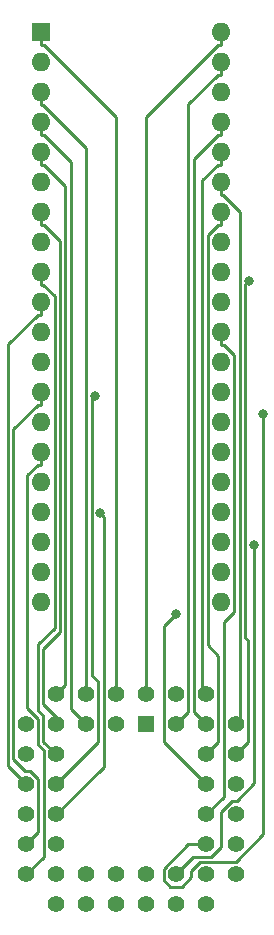
<source format=gbr>
%TF.GenerationSoftware,KiCad,Pcbnew,(5.1.7)-1*%
%TF.CreationDate,2020-11-01T14:15:20+00:00*%
%TF.ProjectId,PLCC44-EPROM-Adapter,504c4343-3434-42d4-9550-524f4d2d4164,rev?*%
%TF.SameCoordinates,Original*%
%TF.FileFunction,Copper,L1,Top*%
%TF.FilePolarity,Positive*%
%FSLAX46Y46*%
G04 Gerber Fmt 4.6, Leading zero omitted, Abs format (unit mm)*
G04 Created by KiCad (PCBNEW (5.1.7)-1) date 2020-11-01 14:15:20*
%MOMM*%
%LPD*%
G01*
G04 APERTURE LIST*
%TA.AperFunction,ComponentPad*%
%ADD10O,1.600000X1.600000*%
%TD*%
%TA.AperFunction,ComponentPad*%
%ADD11R,1.600000X1.600000*%
%TD*%
%TA.AperFunction,ComponentPad*%
%ADD12C,1.422400*%
%TD*%
%TA.AperFunction,ComponentPad*%
%ADD13R,1.422400X1.422400*%
%TD*%
%TA.AperFunction,ViaPad*%
%ADD14C,0.800000*%
%TD*%
%TA.AperFunction,Conductor*%
%ADD15C,0.250000*%
%TD*%
G04 APERTURE END LIST*
D10*
%TO.P,U2,40*%
%TO.N,/VCC*%
X100194000Y-81692500D03*
%TO.P,U2,20*%
%TO.N,/_OE*%
X84954000Y-129952500D03*
%TO.P,U2,39*%
%TO.N,/A17*%
X100194000Y-84232500D03*
%TO.P,U2,19*%
%TO.N,/D0*%
X84954000Y-127412500D03*
%TO.P,U2,38*%
%TO.N,/A16*%
X100194000Y-86772500D03*
%TO.P,U2,18*%
%TO.N,/D1*%
X84954000Y-124872500D03*
%TO.P,U2,37*%
%TO.N,/A15*%
X100194000Y-89312500D03*
%TO.P,U2,17*%
%TO.N,/D2*%
X84954000Y-122332500D03*
%TO.P,U2,36*%
%TO.N,/A14*%
X100194000Y-91852500D03*
%TO.P,U2,16*%
%TO.N,/D3*%
X84954000Y-119792500D03*
%TO.P,U2,35*%
%TO.N,/A13*%
X100194000Y-94392500D03*
%TO.P,U2,15*%
%TO.N,/D4*%
X84954000Y-117252500D03*
%TO.P,U2,34*%
%TO.N,/A12*%
X100194000Y-96932500D03*
%TO.P,U2,14*%
%TO.N,Net-(U2-Pad14)*%
X84954000Y-114712500D03*
%TO.P,U2,33*%
%TO.N,/A11*%
X100194000Y-99472500D03*
%TO.P,U2,13*%
%TO.N,/D6*%
X84954000Y-112172500D03*
%TO.P,U2,32*%
%TO.N,/A10*%
X100194000Y-102012500D03*
%TO.P,U2,12*%
%TO.N,/D7*%
X84954000Y-109632500D03*
%TO.P,U2,31*%
%TO.N,/A9*%
X100194000Y-104552500D03*
%TO.P,U2,11*%
%TO.N,/GND1*%
X84954000Y-107092500D03*
%TO.P,U2,30*%
%TO.N,/GND2*%
X100194000Y-107092500D03*
%TO.P,U2,10*%
%TO.N,/D8*%
X84954000Y-104552500D03*
%TO.P,U2,29*%
%TO.N,/A8*%
X100194000Y-109632500D03*
%TO.P,U2,9*%
%TO.N,/D9*%
X84954000Y-102012500D03*
%TO.P,U2,28*%
%TO.N,/A7*%
X100194000Y-112172500D03*
%TO.P,U2,8*%
%TO.N,/D10*%
X84954000Y-99472500D03*
%TO.P,U2,27*%
%TO.N,/A6*%
X100194000Y-114712500D03*
%TO.P,U2,7*%
%TO.N,/D11*%
X84954000Y-96932500D03*
%TO.P,U2,26*%
%TO.N,/A5*%
X100194000Y-117252500D03*
%TO.P,U2,6*%
%TO.N,/D12*%
X84954000Y-94392500D03*
%TO.P,U2,25*%
%TO.N,/A4*%
X100194000Y-119792500D03*
%TO.P,U2,5*%
%TO.N,/D13*%
X84954000Y-91852500D03*
%TO.P,U2,24*%
%TO.N,/A3*%
X100194000Y-122332500D03*
%TO.P,U2,4*%
%TO.N,/D14*%
X84954000Y-89312500D03*
%TO.P,U2,23*%
%TO.N,/A2*%
X100194000Y-124872500D03*
%TO.P,U2,3*%
%TO.N,/D15*%
X84954000Y-86772500D03*
%TO.P,U2,22*%
%TO.N,/A1*%
X100194000Y-127412500D03*
%TO.P,U2,2*%
%TO.N,/_CE*%
X84954000Y-84232500D03*
%TO.P,U2,21*%
%TO.N,/A0*%
X100194000Y-129952500D03*
D11*
%TO.P,U2,1*%
%TO.N,/VPP*%
X84954000Y-81692500D03*
%TD*%
D12*
%TO.P,U1,39*%
%TO.N,/A13*%
X101473000Y-140335000D03*
%TO.P,U1,37*%
%TO.N,/A11*%
X101473000Y-142875000D03*
%TO.P,U1,35*%
%TO.N,/A9*%
X101473000Y-145415000D03*
%TO.P,U1,33*%
%TO.N,Net-(U1-Pad33)*%
X101473000Y-147955000D03*
%TO.P,U1,31*%
%TO.N,/A7*%
X101473000Y-150495000D03*
%TO.P,U1,40*%
%TO.N,/A14*%
X98933000Y-137795000D03*
%TO.P,U1,38*%
%TO.N,/A12*%
X98933000Y-142875000D03*
%TO.P,U1,36*%
%TO.N,/A10*%
X98933000Y-145415000D03*
%TO.P,U1,34*%
%TO.N,/GND2*%
X98933000Y-147955000D03*
%TO.P,U1,32*%
%TO.N,/A8*%
X98933000Y-150495000D03*
%TO.P,U1,30*%
%TO.N,/A6*%
X98933000Y-153035000D03*
%TO.P,U1,28*%
%TO.N,/A4*%
X98933000Y-155575000D03*
%TO.P,U1,26*%
%TO.N,/A2*%
X96393000Y-155575000D03*
%TO.P,U1,24*%
%TO.N,/A0*%
X93853000Y-155575000D03*
%TO.P,U1,22*%
%TO.N,/_OE*%
X91313000Y-155575000D03*
%TO.P,U1,20*%
%TO.N,/D1*%
X88773000Y-155575000D03*
%TO.P,U1,18*%
%TO.N,/D3*%
X86233000Y-155575000D03*
%TO.P,U1,29*%
%TO.N,/A5*%
X101473000Y-153035000D03*
%TO.P,U1,27*%
%TO.N,/A3*%
X96393000Y-153035000D03*
%TO.P,U1,25*%
%TO.N,/A1*%
X93853000Y-153035000D03*
%TO.P,U1,23*%
%TO.N,Net-(U1-Pad23)*%
X91313000Y-153035000D03*
%TO.P,U1,21*%
%TO.N,/D0*%
X88773000Y-153035000D03*
%TO.P,U1,19*%
%TO.N,/D2*%
X86233000Y-153035000D03*
%TO.P,U1,17*%
%TO.N,/D4*%
X83693000Y-153035000D03*
%TO.P,U1,15*%
%TO.N,/D6*%
X83693000Y-150495000D03*
%TO.P,U1,13*%
%TO.N,Net-(U1-Pad13)*%
X83693000Y-147955000D03*
%TO.P,U1,11*%
%TO.N,/D8*%
X83693000Y-145415000D03*
%TO.P,U1,9*%
%TO.N,/D10*%
X83693000Y-142875000D03*
%TO.P,U1,7*%
%TO.N,/D12*%
X83693000Y-140335000D03*
%TO.P,U1,16*%
%TO.N,/D5*%
X86233000Y-150495000D03*
%TO.P,U1,14*%
%TO.N,/D7*%
X86233000Y-147955000D03*
%TO.P,U1,12*%
%TO.N,/GND1*%
X86233000Y-145415000D03*
%TO.P,U1,10*%
%TO.N,/D9*%
X86233000Y-142875000D03*
%TO.P,U1,8*%
%TO.N,/D11*%
X86233000Y-140335000D03*
%TO.P,U1,42*%
%TO.N,/A16*%
X96393000Y-137795000D03*
%TO.P,U1,44*%
%TO.N,/VCC*%
X93853000Y-137795000D03*
%TO.P,U1,6*%
%TO.N,/D13*%
X86233000Y-137795000D03*
%TO.P,U1,4*%
%TO.N,/D15*%
X88773000Y-137795000D03*
%TO.P,U1,2*%
%TO.N,/VPP*%
X91313000Y-137795000D03*
%TO.P,U1,41*%
%TO.N,/A15*%
X98933000Y-140335000D03*
%TO.P,U1,43*%
%TO.N,/A17*%
X96393000Y-140335000D03*
%TO.P,U1,5*%
%TO.N,/D14*%
X88773000Y-140335000D03*
%TO.P,U1,3*%
%TO.N,/_CE*%
X91313000Y-140335000D03*
D13*
%TO.P,U1,1*%
%TO.N,Net-(U1-Pad1)*%
X93853000Y-140335000D03*
%TD*%
D14*
%TO.N,/A11*%
X102563200Y-102785100D03*
%TO.N,/A10*%
X96368100Y-131020000D03*
%TO.N,/D7*%
X89971400Y-122476400D03*
%TO.N,/A8*%
X103780400Y-114062800D03*
%TO.N,/GND1*%
X89501400Y-112559300D03*
%TO.N,/A3*%
X103039400Y-125177900D03*
%TD*%
D15*
%TO.N,/A14*%
X98933000Y-137795000D02*
X98609000Y-137471000D01*
X98609000Y-137471000D02*
X98609000Y-94281500D01*
X98609000Y-94281500D02*
X99912700Y-92977800D01*
X99912700Y-92977800D02*
X100194000Y-92977800D01*
X100194000Y-91852500D02*
X100194000Y-92977800D01*
%TO.N,/A13*%
X100194000Y-95517800D02*
X100401700Y-95517800D01*
X100401700Y-95517800D02*
X101814200Y-96930300D01*
X101814200Y-96930300D02*
X101814200Y-139993800D01*
X101814200Y-139993800D02*
X101473000Y-140335000D01*
X100194000Y-94392500D02*
X100194000Y-95517800D01*
%TO.N,/A12*%
X100194000Y-96932500D02*
X100194000Y-98057800D01*
X98933000Y-142875000D02*
X99978300Y-141829700D01*
X99978300Y-141829700D02*
X99978300Y-134567400D01*
X99978300Y-134567400D02*
X99068700Y-133657800D01*
X99068700Y-133657800D02*
X99068700Y-98901700D01*
X99068700Y-98901700D02*
X99912600Y-98057800D01*
X99912600Y-98057800D02*
X100194000Y-98057800D01*
%TO.N,/A11*%
X101473000Y-142875000D02*
X102509600Y-141838400D01*
X102509600Y-141838400D02*
X102509600Y-133234100D01*
X102509600Y-133234100D02*
X102264500Y-132989000D01*
X102264500Y-132989000D02*
X102264500Y-103083800D01*
X102264500Y-103083800D02*
X102563200Y-102785100D01*
%TO.N,/D4*%
X83693000Y-153035000D02*
X85196400Y-151531600D01*
X85196400Y-151531600D02*
X85196400Y-142521900D01*
X85196400Y-142521900D02*
X84729500Y-142055000D01*
X84729500Y-142055000D02*
X84729500Y-139905600D01*
X84729500Y-139905600D02*
X83817500Y-138993600D01*
X83817500Y-138993600D02*
X83817500Y-119232900D01*
X83817500Y-119232900D02*
X84672600Y-118377800D01*
X84672600Y-118377800D02*
X84954000Y-118377800D01*
X84954000Y-117252500D02*
X84954000Y-118377800D01*
%TO.N,/A10*%
X98933000Y-145415000D02*
X95356500Y-141838500D01*
X95356500Y-141838500D02*
X95356500Y-132031600D01*
X95356500Y-132031600D02*
X96368100Y-131020000D01*
%TO.N,/D6*%
X84954000Y-112172500D02*
X84954000Y-113297800D01*
X83693000Y-150495000D02*
X84746000Y-149442000D01*
X84746000Y-149442000D02*
X84746000Y-144985600D01*
X84746000Y-144985600D02*
X84064700Y-144304300D01*
X84064700Y-144304300D02*
X83656500Y-144304300D01*
X83656500Y-144304300D02*
X82636500Y-143284300D01*
X82636500Y-143284300D02*
X82636500Y-115334000D01*
X82636500Y-115334000D02*
X84672700Y-113297800D01*
X84672700Y-113297800D02*
X84954000Y-113297800D01*
%TO.N,/GND2*%
X100194000Y-107092500D02*
X100194000Y-108217800D01*
X98933000Y-147955000D02*
X100428700Y-146459300D01*
X100428700Y-146459300D02*
X100428700Y-131711700D01*
X100428700Y-131711700D02*
X101319300Y-130821100D01*
X101319300Y-130821100D02*
X101319300Y-109061700D01*
X101319300Y-109061700D02*
X100475400Y-108217800D01*
X100475400Y-108217800D02*
X100194000Y-108217800D01*
%TO.N,/D7*%
X86233000Y-147955000D02*
X90276400Y-143911600D01*
X90276400Y-143911600D02*
X90276400Y-122781400D01*
X90276400Y-122781400D02*
X89971400Y-122476400D01*
%TO.N,/A8*%
X98933000Y-150495000D02*
X97412400Y-150495000D01*
X97412400Y-150495000D02*
X95356400Y-152551000D01*
X95356400Y-152551000D02*
X95356400Y-153518800D01*
X95356400Y-153518800D02*
X95909200Y-154071600D01*
X95909200Y-154071600D02*
X96876900Y-154071600D01*
X96876900Y-154071600D02*
X97663000Y-153285500D01*
X97663000Y-153285500D02*
X97663000Y-152733200D01*
X97663000Y-152733200D02*
X98397800Y-151998400D01*
X98397800Y-151998400D02*
X101438800Y-151998400D01*
X101438800Y-151998400D02*
X103780400Y-149656800D01*
X103780400Y-149656800D02*
X103780400Y-114062800D01*
%TO.N,/GND1*%
X89501400Y-112559300D02*
X89246100Y-112814600D01*
X89246100Y-112814600D02*
X89246100Y-136178500D01*
X89246100Y-136178500D02*
X89826000Y-136758400D01*
X89826000Y-136758400D02*
X89826000Y-141822000D01*
X89826000Y-141822000D02*
X86233000Y-145415000D01*
%TO.N,/D8*%
X84954000Y-105677800D02*
X84672700Y-105677800D01*
X84672700Y-105677800D02*
X82176400Y-108174100D01*
X82176400Y-108174100D02*
X82176400Y-143898400D01*
X82176400Y-143898400D02*
X83693000Y-145415000D01*
X84954000Y-104552500D02*
X84954000Y-105677800D01*
%TO.N,/D9*%
X86233000Y-142875000D02*
X85179800Y-141821800D01*
X85179800Y-141821800D02*
X85179800Y-139600100D01*
X85179800Y-139600100D02*
X84702200Y-139122500D01*
X84702200Y-139122500D02*
X84702200Y-133565900D01*
X84702200Y-133565900D02*
X86120400Y-132147700D01*
X86120400Y-132147700D02*
X86120400Y-104090900D01*
X86120400Y-104090900D02*
X85167300Y-103137800D01*
X85167300Y-103137800D02*
X84954000Y-103137800D01*
X84954000Y-102012500D02*
X84954000Y-103137800D01*
%TO.N,/D11*%
X86233000Y-140335000D02*
X86233000Y-139698100D01*
X86233000Y-139698100D02*
X85152600Y-138617700D01*
X85152600Y-138617700D02*
X85152600Y-133977400D01*
X85152600Y-133977400D02*
X86570700Y-132559300D01*
X86570700Y-132559300D02*
X86570700Y-99404900D01*
X86570700Y-99404900D02*
X85223600Y-98057800D01*
X85223600Y-98057800D02*
X84954000Y-98057800D01*
X84954000Y-96932500D02*
X84954000Y-98057800D01*
%TO.N,/A3*%
X96393000Y-153035000D02*
X97880000Y-151548000D01*
X97880000Y-151548000D02*
X99349200Y-151548000D01*
X99349200Y-151548000D02*
X100203000Y-150694200D01*
X100203000Y-150694200D02*
X100203000Y-147733700D01*
X100203000Y-147733700D02*
X101099700Y-146837000D01*
X101099700Y-146837000D02*
X101540400Y-146837000D01*
X101540400Y-146837000D02*
X103039400Y-145338000D01*
X103039400Y-145338000D02*
X103039400Y-125177900D01*
%TO.N,/D13*%
X84954000Y-92977800D02*
X85235300Y-92977800D01*
X85235300Y-92977800D02*
X87021000Y-94763500D01*
X87021000Y-94763500D02*
X87021000Y-137007000D01*
X87021000Y-137007000D02*
X86233000Y-137795000D01*
X84954000Y-91852500D02*
X84954000Y-92977800D01*
%TO.N,/D14*%
X84954000Y-89312500D02*
X84954000Y-90437800D01*
X84954000Y-90437800D02*
X85235300Y-90437800D01*
X85235300Y-90437800D02*
X87503000Y-92705500D01*
X87503000Y-92705500D02*
X87503000Y-139065000D01*
X87503000Y-139065000D02*
X88773000Y-140335000D01*
%TO.N,/D15*%
X84954000Y-87897800D02*
X85158500Y-87897800D01*
X85158500Y-87897800D02*
X88773000Y-91512300D01*
X88773000Y-91512300D02*
X88773000Y-137795000D01*
X84954000Y-86772500D02*
X84954000Y-87897800D01*
%TO.N,/VPP*%
X84954000Y-81692500D02*
X84954000Y-82817800D01*
X91313000Y-137795000D02*
X91313000Y-88895500D01*
X91313000Y-88895500D02*
X85235300Y-82817800D01*
X85235300Y-82817800D02*
X84954000Y-82817800D01*
%TO.N,/A17*%
X96393000Y-140335000D02*
X97440800Y-139287200D01*
X97440800Y-139287200D02*
X97440800Y-87829700D01*
X97440800Y-87829700D02*
X99912700Y-85357800D01*
X99912700Y-85357800D02*
X100194000Y-85357800D01*
X100194000Y-84232500D02*
X100194000Y-85357800D01*
%TO.N,/A15*%
X98933000Y-140335000D02*
X97891200Y-139293200D01*
X97891200Y-139293200D02*
X97891200Y-92459300D01*
X97891200Y-92459300D02*
X99912700Y-90437800D01*
X99912700Y-90437800D02*
X100194000Y-90437800D01*
X100194000Y-89312500D02*
X100194000Y-90437800D01*
%TO.N,/VCC*%
X100194000Y-81692500D02*
X100194000Y-82817800D01*
X93853000Y-137795000D02*
X93853000Y-88877500D01*
X93853000Y-88877500D02*
X99912700Y-82817800D01*
X99912700Y-82817800D02*
X100194000Y-82817800D01*
%TD*%
M02*

</source>
